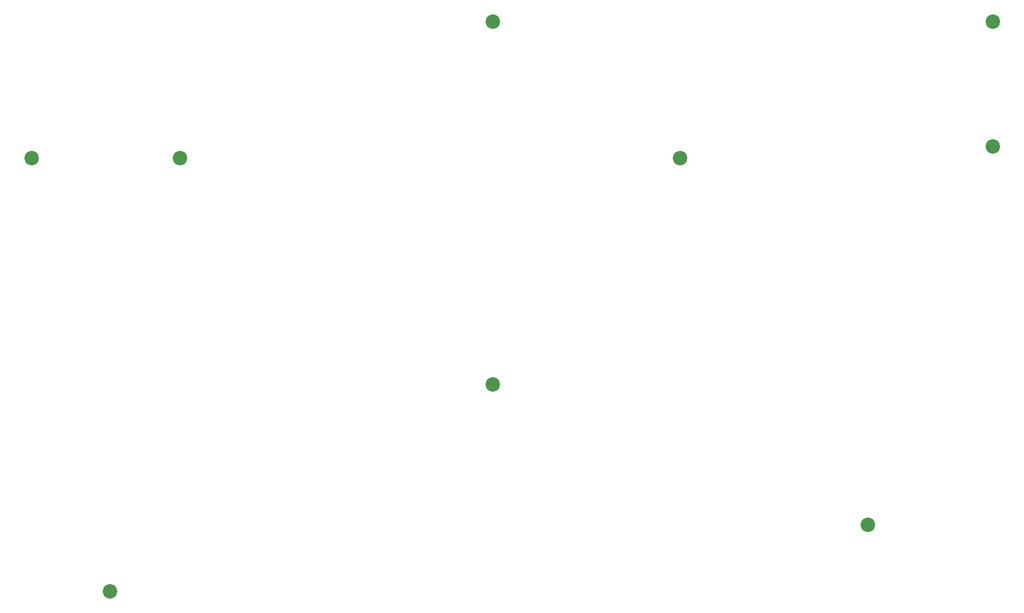
<source format=gbr>
G04 #@! TF.GenerationSoftware,KiCad,Pcbnew,(6.0.8)*
G04 #@! TF.CreationDate,2023-03-04T03:19:34+09:00*
G04 #@! TF.ProjectId,ma8ic_split_69_left_bottom_plate,6d613869-635f-4737-906c-69745f36395f,0.1*
G04 #@! TF.SameCoordinates,Original*
G04 #@! TF.FileFunction,Soldermask,Bot*
G04 #@! TF.FilePolarity,Negative*
%FSLAX46Y46*%
G04 Gerber Fmt 4.6, Leading zero omitted, Abs format (unit mm)*
G04 Created by KiCad (PCBNEW (6.0.8)) date 2023-03-04 03:19:34*
%MOMM*%
%LPD*%
G01*
G04 APERTURE LIST*
%ADD10C,2.200000*%
G04 APERTURE END LIST*
D10*
G04 #@! TO.C,*
X211931208Y-30956250D03*
G04 #@! TD*
G04 #@! TO.C,*
X65484210Y-51792232D03*
G04 #@! TD*
G04 #@! TO.C,*
X135731144Y-30956250D03*
G04 #@! TD*
G04 #@! TO.C,*
X211931208Y-50006250D03*
G04 #@! TD*
G04 #@! TO.C,*
X135731144Y-86320386D03*
G04 #@! TD*
G04 #@! TO.C,REF\u002A\u002A*
X164306168Y-51792232D03*
G04 #@! TD*
G04 #@! TO.C,REF\u002A\u002A*
X192881192Y-107751654D03*
G04 #@! TD*
G04 #@! TO.C,REF\u002A\u002A*
X88106104Y-51792232D03*
G04 #@! TD*
G04 #@! TO.C,REF\u002A\u002A*
X77390470Y-117871975D03*
G04 #@! TD*
M02*

</source>
